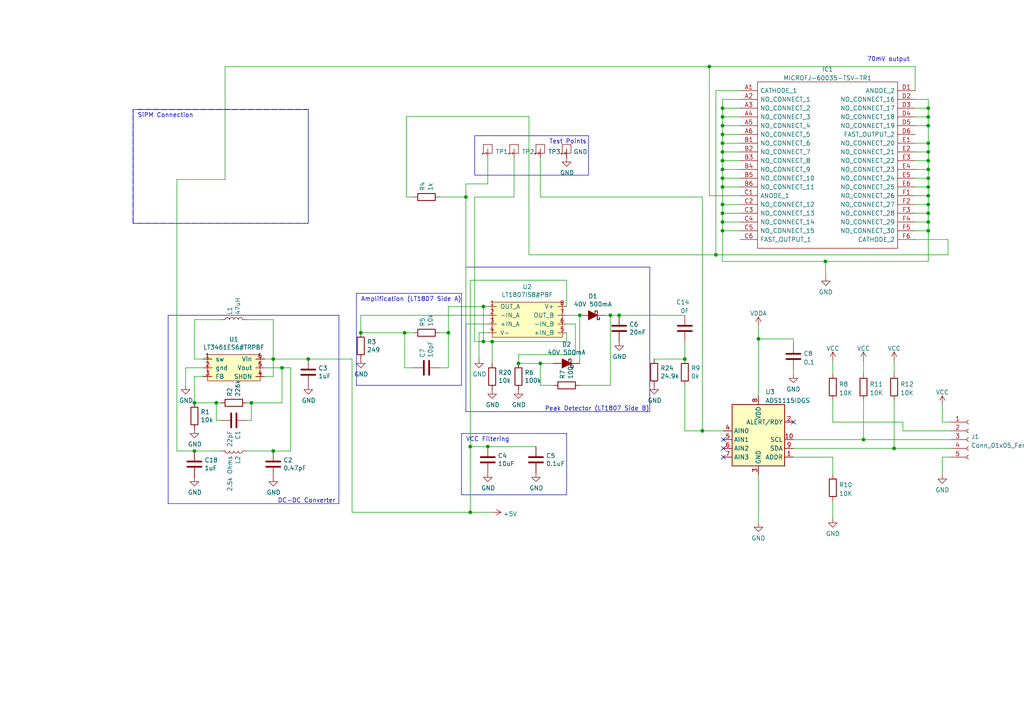
<source format=kicad_sch>
(kicad_sch (version 20211123) (generator eeschema)
  (paper "A4")
  (title_block (title "Cosmic_Watch") (date "2022-08-20") (rev "6.1") (company "Bronco Space CubeSat Laboratory") (comment 1 "Verified Connections, added LED and Switch") (comment 2 "Fixed missed connection on DC-DC Converter") (comment 3 "N/A") (comment 4 "Switched to Arduino Nano Every and added SD Card module") (comment 5 "N/A") (comment 6 "Changed Arduino Nano Every to Raspberry Pi Pico and added booster converter for 3.3V output") (comment 7 "Changed back to Nano"))
  (lib_symbols
    (symbol "Additional_Components:GND" (pin_names (offset 1.016))
      (property "Value" "Additional_Components_GND" (at 0 2.54 0))
      (symbol "GND_1_1"
        (rectangle (start -1.27 1.27) (end 1.27 -1.27))
        (pin input line (at 0 -2.54 90) (length 2.54) (name "~") (number "1"))
      )
    )
    (symbol "Additional_Components:Test_Point1" (pin_names (offset 1.016) hide)
      (property "Reference" "TP" (at 0 2.54 0))
      (symbol "Test_Point1_0_1"
        (rectangle (start -1.27 1.27) (end 1.27 -1.27))
      )
      (symbol "Test_Point1_1_1"
        (pin input line (at 0 -2.54 90) (length 2.54) (name "TP1") (number "1"))
      )
    )
    (symbol "Analog_ADC:ADS1115IDGS"
      (property "Reference" "U" (at 2.54 13.97 0))
      (property "Value" "ADS1115IDGS" (at 7.62 11.43 0))
      (symbol "ADS1115IDGS_0_1"
        (rectangle (start -7.62 10.16) (end 7.62 -7.62) (stroke (width 0.254)) (fill (type background)))
      )
      (symbol "ADS1115IDGS_1_1"
        (pin input line (at 10.16 -5.08 180) (length 2.54) (name "ADDR") (number "1"))
        (pin input line (at 10.16 0 180) (length 2.54) (name "SCL") (number "10"))
        (pin output line (at 10.16 5.08 180) (length 2.54) (name "ALERT/RDY") (number "2"))
        (pin power_in line (at 0 -10.16 90) (length 2.54) (name "GND") (number "3"))
        (pin input line (at -10.16 2.54 0) (length 2.54) (name "AIN0") (number "4"))
        (pin input line (at -10.16 0 0) (length 2.54) (name "AIN1") (number "5"))
        (pin input line (at -10.16 -2.54 0) (length 2.54) (name "AIN2") (number "6"))
        (pin input line (at -10.16 -5.08 0) (length 2.54) (name "AIN3") (number "7"))
        (pin power_in line (at 0 12.7 270) (length 2.54) (name "VDD") (number "8"))
        (pin bidirectional line (at 10.16 -2.54 180) (length 2.54) (name "SDA") (number "9"))
      )
    )
    (symbol "Connector:Conn_01x05_Female" (pin_names (offset 1.016) hide)
      (property "Reference" "J" (at 0 7.62 0))
      (property "Value" "Conn_01x05_Female" (at 0 -7.62 0))
      (symbol "Conn_01x05_Female_1_1"
        (arc (start 0 -4.572) (mid -0.508 -5.08) (end 0 -5.588) (stroke (width 0.1524)))
        (arc (start 0 -2.032) (mid -0.508 -2.54) (end 0 -3.048) (stroke (width 0.1524)))
        (polyline (pts (xy -1.27 -5.08) (xy -0.508 -5.08)) (stroke (width 0.1524)))
        (polyline (pts (xy -1.27 -2.54) (xy -0.508 -2.54)) (stroke (width 0.1524)))
        (polyline (pts (xy -1.27 0) (xy -0.508 0)) (stroke (width 0.1524)))
        (polyline (pts (xy -1.27 2.54) (xy -0.508 2.54)) (stroke (width 0.1524)))
        (polyline (pts (xy -1.27 5.08) (xy -0.508 5.08)) (stroke (width 0.1524)))
        (arc (start 0 0.508) (mid -0.508 0) (end 0 -0.508) (stroke (width 0.1524)))
        (arc (start 0 3.048) (mid -0.508 2.54) (end 0 2.032) (stroke (width 0.1524)))
        (arc (start 0 5.588) (mid -0.508 5.08) (end 0 4.572) (stroke (width 0.1524)))
        (pin passive line (at -5.08 5.08 0) (length 3.81) (name "Pin_1") (number "1"))
        (pin passive line (at -5.08 2.54 0) (length 3.81) (name "Pin_2") (number "2"))
        (pin passive line (at -5.08 0 0) (length 3.81) (name "Pin_3") (number "3"))
        (pin passive line (at -5.08 -2.54 0) (length 3.81) (name "Pin_4") (number "4"))
        (pin passive line (at -5.08 -5.08 0) (length 3.81) (name "Pin_5") (number "5"))
      )
    )
    (symbol "Device:C" (pin_numbers hide) (pin_names (offset 0.254))
      (property "Reference" "C" (at 0.635 2.54 0))
      (property "Value" "C" (at 0.635 -2.54 0))
      (symbol "C_0_1"
        (polyline (pts (xy -2.032 -0.762) (xy 2.032 -0.762)) (stroke (width 0.508)))
        (polyline (pts (xy -2.032 0.762) (xy 2.032 0.762)) (stroke (width 0.508)))
      )
      (symbol "C_1_1"
        (pin passive line (at 0 3.81 270) (length 2.794) (name "~") (number "1"))
        (pin passive line (at 0 -3.81 90) (length 2.794) (name "~") (number "2"))
      )
    )
    (symbol "Device:D_Schottky_ALT" (pin_numbers hide) (pin_names (offset 1.016) hide)
      (property "Reference" "D" (at 0 2.54 0))
      (property "Value" "Device_D_Schottky_ALT" (at 0 -2.54 0))
      (symbol "D_Schottky_ALT_0_1"
        (polyline (pts (xy 1.27 0) (xy -1.27 0)))
        (polyline (pts (xy 1.27 1.27) (xy 1.27 -1.27) (xy -1.27 0) (xy 1.27 1.27)) (stroke (width 0.254)) (fill (type outline)))
        (polyline (pts (xy -1.905 0.635) (xy -1.905 1.27) (xy -1.27 1.27) (xy -1.27 -1.27) (xy -0.635 -1.27) (xy -0.635 -0.635)) (stroke (width 0.254)))
      )
      (symbol "D_Schottky_ALT_1_1"
        (pin passive line (at -3.81 0 0) (length 2.54) (name "K") (number "1"))
        (pin passive line (at 3.81 0 180) (length 2.54) (name "A") (number "2"))
      )
    )
    (symbol "Device:L" (pin_numbers hide) (pin_names (offset 1.016) hide)
      (property "Reference" "L" (at -1.27 0 90))
      (property "Value" "L" (at 1.905 0 90))
      (symbol "L_0_1"
        (arc (start 0 -2.54) (mid 0.635 -1.905) (end 0 -1.27))
        (arc (start 0 -1.27) (mid 0.635 -0.635) (end 0 0))
        (arc (start 0 0) (mid 0.635 0.635) (end 0 1.27))
        (arc (start 0 1.27) (mid 0.635 1.905) (end 0 2.54))
      )
      (symbol "L_1_1"
        (pin passive line (at 0 3.81 270) (length 1.27) (name "1") (number "1"))
        (pin passive line (at 0 -3.81 90) (length 1.27) (name "2") (number "2"))
      )
    )
    (symbol "Device:R" (pin_numbers hide) (pin_names (offset 0))
      (property "Reference" "R" (at 2.032 0 90))
      (property "Value" "R" (at 0 0 90))
      (symbol "R_0_1"
        (rectangle (start -1.016 -2.54) (end 1.016 2.54) (stroke (width 0.254)))
      )
      (symbol "R_1_1"
        (pin passive line (at 0 3.81 270) (length 1.27) (name "~") (number "1"))
        (pin passive line (at 0 -3.81 90) (length 1.27) (name "~") (number "2"))
      )
    )
    (symbol "Missing_ICs:L3461A" (pin_names (offset 1.016))
      (property "Reference" "U" (at 0 6.35 0))
      (property "Value" "Missing_ICs_L3461A" (at 0 3.81 0))
      (symbol "L3461A_0_1"
        (rectangle (start -7.62 2.54) (end 7.62 -5.08) (fill (type background)))
      )
      (symbol "L3461A_1_1"
        (pin input line (at -8.89 1.27 0) (length 2.54) (name "sw") (number "1"))
        (pin input line (at -8.89 -1.27 0) (length 2.54) (name "gnd") (number "2"))
        (pin input line (at -8.89 -3.81 0) (length 2.54) (name "FB") (number "3"))
        (pin input line (at 8.89 -3.81 180) (length 2.54) (name "SHDN") (number "4"))
        (pin input line (at 8.89 -1.27 180) (length 2.54) (name "Vout") (number "5"))
        (pin input line (at 8.89 1.27 180) (length 2.54) (name "Vin") (number "6"))
      )
    )
    (symbol "Missing_ICs:LT1807IS8" (pin_names (offset 1.016))
      (property "Reference" "U" (at 0 10.16 0))
      (property "Value" "Missing_ICs_LT1807IS8" (at 0 7.62 0))
      (symbol "LT1807IS8_0_1"
        (rectangle (start -10.16 6.35) (end 10.16 -3.81) (fill (type background)))
      )
      (symbol "LT1807IS8_1_1"
        (pin input line (at -11.43 5.08 0) (length 2.54) (name "OUT_A") (number "1"))
        (pin input line (at -11.43 2.54 0) (length 2.54) (name "-IN_A") (number "2"))
        (pin input line (at -11.43 0 0) (length 2.54) (name "+IN_A") (number "3"))
        (pin input line (at -11.43 -2.54 0) (length 2.54) (name "V-") (number "4"))
        (pin input line (at 11.43 -2.54 180) (length 2.54) (name "+IN_B") (number "5"))
        (pin input line (at 11.43 0 180) (length 2.54) (name "-IN_B") (number "6"))
        (pin input line (at 11.43 2.54 180) (length 2.54) (name "OUT_B") (number "7"))
        (pin input line (at 11.43 5.08 180) (length 2.54) (name "V+") (number "8"))
      )
    )
    (symbol "SiPM:MICROFJ-60035-TSV-TR1" (pin_names (offset 0.762))
      (property "Reference" "IC" (at 46.99 7.62 0))
      (property "Value" "MICROFJ-60035-TSV-TR1" (at 46.99 5.08 0))
      (symbol "MICROFJ-60035-TSV-TR1_0_0"
        (pin passive line (at 0 0 0) (length 5.08) (name "CATHODE_1") (number "A1"))
        (pin passive line (at 0 -2.54 0) (length 5.08) (name "NO_CONNECT_1") (number "A2"))
        (pin passive line (at 0 -5.08 0) (length 5.08) (name "NO_CONNECT_2") (number "A3"))
        (pin passive line (at 0 -7.62 0) (length 5.08) (name "NO_CONNECT_3") (number "A4"))
        (pin passive line (at 0 -10.16 0) (length 5.08) (name "NO_CONNECT_4") (number "A5"))
        (pin passive line (at 0 -12.7 0) (length 5.08) (name "NO_CONNECT_5") (number "A6"))
        (pin passive line (at 0 -15.24 0) (length 5.08) (name "NO_CONNECT_6") (number "B1"))
        (pin passive line (at 0 -17.78 0) (length 5.08) (name "NO_CONNECT_7") (number "B2"))
        (pin passive line (at 0 -20.32 0) (length 5.08) (name "NO_CONNECT_8") (number "B3"))
        (pin passive line (at 0 -22.86 0) (length 5.08) (name "NO_CONNECT_9") (number "B4"))
        (pin passive line (at 0 -25.4 0) (length 5.08) (name "NO_CONNECT_10") (number "B5"))
        (pin passive line (at 0 -27.94 0) (length 5.08) (name "NO_CONNECT_11") (number "B6"))
        (pin passive line (at 0 -30.48 0) (length 5.08) (name "ANODE_1") (number "C1"))
        (pin passive line (at 0 -33.02 0) (length 5.08) (name "NO_CONNECT_12") (number "C2"))
        (pin passive line (at 0 -35.56 0) (length 5.08) (name "NO_CONNECT_13") (number "C3"))
        (pin passive line (at 0 -38.1 0) (length 5.08) (name "NO_CONNECT_14") (number "C4"))
        (pin passive line (at 0 -40.64 0) (length 5.08) (name "NO_CONNECT_15") (number "C5"))
        (pin passive line (at 0 -43.18 0) (length 5.08) (name "FAST_OUTPUT_1") (number "C6"))
        (pin passive line (at 50.8 0 180) (length 5.08) (name "ANODE_2") (number "D1"))
        (pin passive line (at 50.8 -2.54 180) (length 5.08) (name "NO_CONNECT_16") (number "D2"))
        (pin passive line (at 50.8 -5.08 180) (length 5.08) (name "NO_CONNECT_17") (number "D3"))
        (pin passive line (at 50.8 -7.62 180) (length 5.08) (name "NO_CONNECT_18") (number "D4"))
        (pin passive line (at 50.8 -10.16 180) (length 5.08) (name "NO_CONNECT_19") (number "D5"))
        (pin passive line (at 50.8 -12.7 180) (length 5.08) (name "FAST_OUTPUT_2") (number "D6"))
        (pin passive line (at 50.8 -15.24 180) (length 5.08) (name "NO_CONNECT_20") (number "E1"))
        (pin passive line (at 50.8 -17.78 180) (length 5.08) (name "NO_CONNECT_21") (number "E2"))
        (pin passive line (at 50.8 -20.32 180) (length 5.08) (name "NO_CONNECT_22") (number "E3"))
        (pin passive line (at 50.8 -22.86 180) (length 5.08) (name "NO_CONNECT_23") (number "E4"))
        (pin passive line (at 50.8 -25.4 180) (length 5.08) (name "NO_CONNECT_24") (number "E5"))
        (pin passive line (at 50.8 -27.94 180) (length 5.08) (name "NO_CONNECT_25") (number "E6"))
        (pin passive line (at 50.8 -30.48 180) (length 5.08) (name "NO_CONNECT_26") (number "F1"))
        (pin passive line (at 50.8 -33.02 180) (length 5.08) (name "NO_CONNECT_27") (number "F2"))
        (pin passive line (at 50.8 -35.56 180) (length 5.08) (name "NO_CONNECT_28") (number "F3"))
        (pin passive line (at 50.8 -38.1 180) (length 5.08) (name "NO_CONNECT_29") (number "F4"))
        (pin passive line (at 50.8 -40.64 180) (length 5.08) (name "NO_CONNECT_30") (number "F5"))
        (pin passive line (at 50.8 -43.18 180) (length 5.08) (name "CATHODE_2") (number "F6"))
      )
      (symbol "MICROFJ-60035-TSV-TR1_0_1"
        (polyline (pts (xy 5.08 2.54) (xy 45.72 2.54) (xy 45.72 -45.72) (xy 5.08 -45.72) (xy 5.08 2.54)) (stroke (width 0.1524)))
      )
    )
    (symbol "power:+5V" (power) (pin_names (offset 0))
      (property "Value" "+5V" (at 0 3.556 0))
      (symbol "+5V_0_1"
        (polyline (pts (xy -0.762 1.27) (xy 0 2.54)))
        (polyline (pts (xy 0 0) (xy 0 2.54)))
        (polyline (pts (xy 0 2.54) (xy 0.762 1.27)))
      )
      (symbol "+5V_1_1"
        (pin power_in line (at 0 0 90) (length 0) hide (name "+5V") (number "1"))
      )
    )
    (symbol "power:GND" (power) (pin_names (offset 0))
      (property "Value" "GND" (at 0 -3.81 0))
      (symbol "GND_0_1"
        (polyline (pts (xy 0 0) (xy 0 -1.27) (xy 1.27 -1.27) (xy 0 -2.54) (xy -1.27 -1.27) (xy 0 -1.27)))
      )
      (symbol "GND_1_1"
        (pin power_in line (at 0 0 270) (length 0) hide (name "GND") (number "1"))
      )
    )
    (symbol "power:VCC" (power) (pin_names (offset 0))
      (property "Value" "VCC" (at 0 3.81 0))
      (symbol "VCC_0_1"
        (polyline (pts (xy -0.762 1.27) (xy 0 2.54)))
        (polyline (pts (xy 0 0) (xy 0 2.54)))
        (polyline (pts (xy 0 2.54) (xy 0.762 1.27)))
      )
      (symbol "VCC_1_1"
        (pin power_in line (at 0 0 90) (length 0) hide (name "VCC") (number "1"))
      )
    )
    (symbol "power:VDDA" (power) (pin_names (offset 0))
      (property "Value" "VDDA" (at 0 3.81 0))
      (symbol "VDDA_0_1"
        (polyline (pts (xy -0.762 1.27) (xy 0 2.54)))
        (polyline (pts (xy 0 0) (xy 0 2.54)))
        (polyline (pts (xy 0 2.54) (xy 0.762 1.27)))
      )
      (symbol "VDDA_1_1"
        (pin power_in line (at 0 0 90) (length 0) hide (name "VDDA") (number "1"))
      )
    )
  )
  (junction (at 269.24 31.369))
  (junction (at 250.444 127.508))
  (junction (at 207.645 73.914))
  (junction (at 209.55 54.229))
  (junction (at 209.55 33.909))
  (junction (at 177.038 91.44))
  (junction (at 142.748 99.06))
  (junction (at 79.248 104.14))
  (junction (at 79.248 130.81))
  (junction (at 269.24 66.929))
  (junction (at 209.55 44.069))
  (junction (at 150.368 105.41))
  (junction (at 56.388 130.81))
  (junction (at 209.55 41.529))
  (junction (at 62.738 116.84))
  (junction (at 117.348 96.52))
  (junction (at 140.208 99.06))
  (junction (at 203.708 124.968))
  (junction (at 269.24 44.069))
  (junction (at 269.24 56.769))
  (junction (at 269.24 64.389))
  (junction (at 81.788 106.68))
  (junction (at 209.55 59.309))
  (junction (at 209.55 38.989))
  (junction (at 198.628 104.14))
  (junction (at 219.964 98.298))
  (junction (at 269.24 59.309))
  (junction (at 269.24 61.849))
  (junction (at 89.408 104.14))
  (junction (at 209.55 49.149))
  (junction (at 205.74 19.304))
  (junction (at 104.648 96.52))
  (junction (at 269.24 46.609))
  (junction (at 135.128 57.15))
  (junction (at 269.24 33.909))
  (junction (at 239.395 75.819))
  (junction (at 140.208 88.9))
  (junction (at 209.55 51.689))
  (junction (at 209.55 64.389))
  (junction (at 136.398 129.54))
  (junction (at 269.24 51.689))
  (junction (at 269.24 49.149))
  (junction (at 209.55 36.449))
  (junction (at 259.334 130.048))
  (junction (at 141.478 129.54))
  (junction (at 209.55 46.609))
  (junction (at 269.24 36.449))
  (junction (at 269.24 54.229))
  (junction (at 130.048 96.52))
  (junction (at 209.55 31.369))
  (junction (at 179.578 91.44))
  (junction (at 269.24 41.529))
  (junction (at 136.398 148.59))
  (junction (at 209.55 61.849))
  (junction (at 168.148 91.44))
  (junction (at 56.388 116.84))
  (junction (at 72.898 116.84))
  (junction (at 156.718 105.41))
  (junction (at 209.55 66.929))
  (no_connect (at 209.804 130.048))
  (no_connect (at 230.124 122.428))
  (no_connect (at 209.804 127.508))
  (no_connect (at 209.804 132.588))
  (wire (pts (xy 141.478 129.54) (xy 155.448 129.54)))
  (wire (pts (xy 135.128 93.98) (xy 141.478 93.98)))
  (wire (pts (xy 135.128 53.34) (xy 135.128 57.15)))
  (polyline (pts (xy 38.608 64.77) (xy 38.608 31.75)))
  (wire (pts (xy 265.43 54.229) (xy 269.24 54.229)))
  (wire (pts (xy 269.24 44.069) (xy 269.24 46.609)))
  (wire (pts (xy 140.208 99.06) (xy 137.668 99.06)))
  (wire (pts (xy 265.43 46.609) (xy 269.24 46.609)))
  (wire (pts (xy 130.048 96.52) (xy 130.048 106.68)))
  (wire (pts (xy 177.038 91.44) (xy 177.038 111.76)))
  (wire (pts (xy 117.856 33.782) (xy 117.856 57.15)))
  (wire (pts (xy 209.55 61.849) (xy 209.55 64.389)))
  (wire (pts (xy 259.334 130.048) (xy 259.334 116.078)))
  (wire (pts (xy 265.43 31.369) (xy 269.24 31.369)))
  (wire (pts (xy 141.478 88.9) (xy 140.208 88.9)))
  (wire (pts (xy 265.43 26.289) (xy 265.43 19.304)))
  (wire (pts (xy 168.148 91.44) (xy 164.338 91.44)))
  (wire (pts (xy 117.856 33.782) (xy 153.416 33.782)))
  (wire (pts (xy 265.43 69.469) (xy 274.955 69.469)))
  (wire (pts (xy 269.24 56.769) (xy 269.24 59.309)))
  (wire (pts (xy 166.878 102.87) (xy 166.878 93.98)))
  (wire (pts (xy 76.708 106.68) (xy 81.788 106.68)))
  (polyline (pts (xy 98.298 91.44) (xy 48.768 91.44)) (stroke (width 0) (type solid)))
  (wire (pts (xy 209.55 33.909) (xy 209.55 36.449)))
  (wire (pts (xy 265.43 66.929) (xy 269.24 66.929)))
  (polyline (pts (xy 137.668 50.8) (xy 137.668 39.37)) (stroke (width 0) (type solid)))
  (wire (pts (xy 142.748 99.06) (xy 142.748 105.41)))
  (wire (pts (xy 203.708 124.968) (xy 209.804 124.968)))
  (wire (pts (xy 56.388 109.22) (xy 56.388 116.84)))
  (wire (pts (xy 117.856 57.15) (xy 119.888 57.15)))
  (wire (pts (xy 269.24 51.689) (xy 269.24 54.229)))
  (polyline (pts (xy 48.768 146.05) (xy 98.298 146.05)) (stroke (width 0) (type solid)))
  (wire (pts (xy 72.898 116.84) (xy 72.898 121.92)))
  (wire (pts (xy 265.43 36.449) (xy 269.24 36.449)))
  (wire (pts (xy 177.038 91.44) (xy 175.768 91.44)))
  (wire (pts (xy 265.43 51.689) (xy 269.24 51.689)))
  (wire (pts (xy 250.444 127.508) (xy 275.844 127.508)))
  (wire (pts (xy 214.63 59.309) (xy 209.55 59.309)))
  (wire (pts (xy 269.24 41.529) (xy 269.24 44.069)))
  (wire (pts (xy 127.508 96.52) (xy 130.048 96.52)))
  (wire (pts (xy 209.55 38.989) (xy 209.55 41.529)))
  (wire (pts (xy 265.43 49.149) (xy 269.24 49.149)))
  (wire (pts (xy 209.55 31.369) (xy 209.55 33.909)))
  (wire (pts (xy 214.63 38.989) (xy 209.55 38.989)))
  (polyline (pts (xy 133.858 143.51) (xy 133.858 125.73)) (stroke (width 0) (type solid)))
  (wire (pts (xy 65.278 19.304) (xy 205.74 19.304)))
  (wire (pts (xy 51.308 52.07) (xy 65.278 52.07)))
  (wire (pts (xy 209.55 44.069) (xy 209.55 46.609)))
  (wire (pts (xy 209.55 46.609) (xy 214.63 46.609)))
  (wire (pts (xy 79.248 104.14) (xy 79.248 92.71)))
  (wire (pts (xy 64.008 121.92) (xy 62.738 121.92)))
  (wire (pts (xy 269.24 33.909) (xy 269.24 36.449)))
  (wire (pts (xy 72.898 116.84) (xy 71.628 116.84)))
  (wire (pts (xy 209.55 46.609) (xy 209.55 49.149)))
  (polyline (pts (xy 170.688 50.8) (xy 137.668 50.8)) (stroke (width 0) (type solid)))
  (wire (pts (xy 76.708 109.22) (xy 79.248 109.22)))
  (wire (pts (xy 209.55 59.309) (xy 209.55 61.849)))
  (wire (pts (xy 150.368 105.41) (xy 150.368 102.87)))
  (wire (pts (xy 164.338 88.9) (xy 164.338 81.28)))
  (wire (pts (xy 275.844 132.588) (xy 273.304 132.588)))
  (wire (pts (xy 84.328 106.68) (xy 84.328 130.81)))
  (wire (pts (xy 135.128 57.15) (xy 135.128 93.98)))
  (wire (pts (xy 102.108 148.59) (xy 136.398 148.59)))
  (wire (pts (xy 269.24 28.829) (xy 269.24 31.369)))
  (wire (pts (xy 209.55 51.689) (xy 214.63 51.689)))
  (polyline (pts (xy 135.128 77.47) (xy 188.468 77.47)) (stroke (width 0) (type solid)))
  (wire (pts (xy 64.008 130.81) (xy 56.388 130.81)))
  (wire (pts (xy 127.508 57.15) (xy 135.128 57.15)))
  (wire (pts (xy 209.55 66.929) (xy 214.63 66.929)))
  (wire (pts (xy 209.55 51.689) (xy 209.55 54.229)))
  (polyline (pts (xy 103.378 111.76) (xy 133.858 111.76)) (stroke (width 0) (type solid)))
  (wire (pts (xy 64.008 116.84) (xy 62.738 116.84)))
  (wire (pts (xy 209.55 28.829) (xy 214.63 28.829)))
  (wire (pts (xy 140.208 88.9) (xy 130.048 88.9)))
  (wire (pts (xy 214.63 26.289) (xy 207.645 26.289)))
  (wire (pts (xy 209.55 64.389) (xy 209.55 66.929)))
  (wire (pts (xy 273.304 132.588) (xy 273.304 137.668)))
  (wire (pts (xy 230.124 98.298) (xy 219.964 98.298)))
  (polyline (pts (xy 103.378 85.09) (xy 103.378 111.76)) (stroke (width 0) (type solid)))
  (polyline (pts (xy 103.378 85.09) (xy 133.858 85.09)) (stroke (width 0) (type solid)))
  (wire (pts (xy 219.964 137.668) (xy 219.964 151.638)))
  (wire (pts (xy 209.55 64.389) (xy 214.63 64.389)))
  (wire (pts (xy 160.528 105.41) (xy 156.718 105.41)))
  (wire (pts (xy 166.878 93.98) (xy 164.338 93.98)))
  (wire (pts (xy 230.124 99.568) (xy 230.124 98.298)))
  (wire (pts (xy 205.74 56.769) (xy 205.74 19.304)))
  (wire (pts (xy 140.208 99.06) (xy 140.208 88.9)))
  (wire (pts (xy 261.874 122.428) (xy 261.874 124.968)))
  (polyline (pts (xy 89.408 64.77) (xy 38.608 64.77)))
  (wire (pts (xy 265.43 64.389) (xy 269.24 64.389)))
  (wire (pts (xy 51.308 52.07) (xy 51.308 130.81)))
  (wire (pts (xy 209.55 41.529) (xy 214.63 41.529)))
  (wire (pts (xy 273.304 122.428) (xy 273.304 117.348)))
  (wire (pts (xy 137.668 57.15) (xy 149.098 57.15)))
  (wire (pts (xy 160.528 111.76) (xy 156.718 111.76)))
  (polyline (pts (xy 38.608 64.77) (xy 38.608 31.75)) (stroke (width 0) (type solid)))
  (wire (pts (xy 269.24 36.449) (xy 269.24 41.529)))
  (wire (pts (xy 84.328 130.81) (xy 79.248 130.81)))
  (wire (pts (xy 179.578 91.44) (xy 177.038 91.44)))
  (polyline (pts (xy 133.858 85.09) (xy 133.858 111.76)) (stroke (width 0) (type solid)))
  (polyline (pts (xy 38.608 31.75) (xy 89.408 31.75)) (stroke (width 0) (type solid)))
  (polyline (pts (xy 48.768 91.44) (xy 48.768 146.05)) (stroke (width 0) (type solid)))
  (polyline (pts (xy 39.878 31.75) (xy 89.408 31.75)))
  (wire (pts (xy 239.395 75.819) (xy 269.24 75.819)))
  (wire (pts (xy 265.43 44.069) (xy 269.24 44.069)))
  (wire (pts (xy 241.554 132.588) (xy 241.554 137.668)))
  (wire (pts (xy 130.048 88.9) (xy 130.048 96.52)))
  (wire (pts (xy 269.24 64.389) (xy 269.24 66.929)))
  (polyline (pts (xy 135.128 93.98) (xy 135.128 119.38)) (stroke (width 0) (type solid)))
  (wire (pts (xy 58.928 106.68) (xy 53.848 106.68)))
  (wire (pts (xy 104.648 96.52) (xy 104.648 91.44)))
  (wire (pts (xy 269.24 49.149) (xy 269.24 51.689)))
  (wire (pts (xy 269.24 59.309) (xy 269.24 61.849)))
  (wire (pts (xy 168.148 105.41) (xy 168.148 91.44)))
  (polyline (pts (xy 135.128 119.38) (xy 188.468 119.38)) (stroke (width 0) (type solid)))
  (wire (pts (xy 207.645 73.914) (xy 274.955 73.914)))
  (wire (pts (xy 149.098 57.15) (xy 149.098 45.72)))
  (wire (pts (xy 198.628 111.76) (xy 198.628 124.968)))
  (wire (pts (xy 136.398 129.54) (xy 141.478 129.54)))
  (polyline (pts (xy 133.858 125.73) (xy 164.338 125.73)) (stroke (width 0) (type solid)))
  (wire (pts (xy 137.668 57.15) (xy 137.668 99.06)))
  (polyline (pts (xy 137.668 39.37) (xy 170.688 39.37)) (stroke (width 0) (type solid)))
  (wire (pts (xy 136.398 129.54) (xy 136.398 148.59)))
  (wire (pts (xy 62.738 121.92) (xy 62.738 116.84)))
  (wire (pts (xy 214.63 33.909) (xy 209.55 33.909)))
  (wire (pts (xy 102.108 104.14) (xy 102.108 148.59)))
  (wire (pts (xy 56.388 92.71) (xy 64.008 92.71)))
  (wire (pts (xy 79.248 130.81) (xy 71.628 130.81)))
  (wire (pts (xy 89.408 104.14) (xy 102.108 104.14)))
  (wire (pts (xy 241.554 104.648) (xy 241.554 108.458)))
  (wire (pts (xy 164.338 99.06) (xy 142.748 99.06)))
  (wire (pts (xy 214.63 56.769) (xy 205.74 56.769)))
  (wire (pts (xy 164.338 81.28) (xy 136.398 81.28)))
  (wire (pts (xy 71.628 92.71) (xy 79.248 92.71)))
  (wire (pts (xy 198.628 104.14) (xy 189.738 104.14)))
  (wire (pts (xy 104.648 96.52) (xy 117.348 96.52)))
  (wire (pts (xy 265.43 61.849) (xy 269.24 61.849)))
  (wire (pts (xy 198.628 124.968) (xy 203.708 124.968)))
  (wire (pts (xy 265.43 33.909) (xy 269.24 33.909)))
  (wire (pts (xy 261.874 124.968) (xy 275.844 124.968)))
  (wire (pts (xy 209.55 44.069) (xy 214.63 44.069)))
  (wire (pts (xy 58.928 104.14) (xy 56.388 104.14)))
  (wire (pts (xy 209.55 61.849) (xy 214.63 61.849)))
  (wire (pts (xy 269.24 31.369) (xy 269.24 33.909)))
  (wire (pts (xy 136.398 81.28) (xy 136.398 129.54)))
  (wire (pts (xy 265.43 28.829) (xy 269.24 28.829)))
  (wire (pts (xy 119.888 106.68) (xy 117.348 106.68)))
  (polyline (pts (xy 188.468 77.47) (xy 188.468 119.38)) (stroke (width 0) (type solid)))
  (wire (pts (xy 138.938 96.52) (xy 138.938 104.14)))
  (wire (pts (xy 136.398 148.59) (xy 142.748 148.59)))
  (wire (pts (xy 156.718 105.41) (xy 150.368 105.41)))
  (wire (pts (xy 241.554 122.428) (xy 261.874 122.428)))
  (wire (pts (xy 209.55 41.529) (xy 209.55 44.069)))
  (wire (pts (xy 209.55 54.229) (xy 209.55 59.309)))
  (wire (pts (xy 239.395 75.819) (xy 209.55 75.819)))
  (wire (pts (xy 265.43 41.529) (xy 269.24 41.529)))
  (wire (pts (xy 65.278 52.07) (xy 65.278 19.304)))
  (wire (pts (xy 153.416 73.914) (xy 207.645 73.914)))
  (polyline (pts (xy 98.298 146.05) (xy 98.298 91.44)) (stroke (width 0) (type solid)))
  (wire (pts (xy 209.55 54.229) (xy 214.63 54.229)))
  (wire (pts (xy 117.348 96.52) (xy 119.888 96.52)))
  (wire (pts (xy 141.478 53.34) (xy 135.128 53.34)))
  (wire (pts (xy 81.788 116.84) (xy 72.898 116.84)))
  (wire (pts (xy 156.718 57.15) (xy 156.718 45.72)))
  (wire (pts (xy 209.55 36.449) (xy 214.63 36.449)))
  (wire (pts (xy 72.898 121.92) (xy 71.628 121.92)))
  (wire (pts (xy 79.248 104.14) (xy 79.248 109.22)))
  (wire (pts (xy 274.955 69.469) (xy 274.955 73.914)))
  (wire (pts (xy 156.718 111.76) (xy 156.718 105.41)))
  (wire (pts (xy 58.928 109.22) (xy 56.388 109.22)))
  (wire (pts (xy 141.478 45.72) (xy 141.478 53.34)))
  (wire (pts (xy 269.24 54.229) (xy 269.24 56.769)))
  (wire (pts (xy 56.388 104.14) (xy 56.388 92.71)))
  (wire (pts (xy 209.55 36.449) (xy 209.55 38.989)))
  (wire (pts (xy 81.788 106.68) (xy 81.788 116.84)))
  (wire (pts (xy 127.508 106.68) (xy 130.048 106.68)))
  (wire (pts (xy 230.124 107.188) (xy 230.124 108.458)))
  (wire (pts (xy 205.74 19.304) (xy 265.43 19.304)))
  (wire (pts (xy 269.24 46.609) (xy 269.24 49.149)))
  (wire (pts (xy 269.24 61.849) (xy 269.24 64.389)))
  (polyline (pts (xy 164.338 143.51) (xy 133.858 143.51)) (stroke (width 0) (type solid)))
  (wire (pts (xy 259.334 104.648) (xy 259.334 108.458)))
  (wire (pts (xy 76.708 104.14) (xy 79.248 104.14)))
  (wire (pts (xy 79.248 104.14) (xy 89.408 104.14)))
  (polyline (pts (xy 164.338 125.73) (xy 164.338 143.51)) (stroke (width 0) (type solid)))
  (wire (pts (xy 209.55 28.829) (xy 209.55 31.369)))
  (wire (pts (xy 241.554 145.288) (xy 241.554 150.368)))
  (polyline (pts (xy 170.688 39.37) (xy 170.688 50.8)) (stroke (width 0) (type solid)))
  (wire (pts (xy 230.124 127.508) (xy 250.444 127.508)))
  (wire (pts (xy 250.444 104.648) (xy 250.444 108.458)))
  (wire (pts (xy 203.708 57.15) (xy 156.718 57.15)))
  (wire (pts (xy 209.55 31.369) (xy 214.63 31.369)))
  (wire (pts (xy 265.43 56.769) (xy 269.24 56.769)))
  (wire (pts (xy 239.522 80.264) (xy 239.395 75.819)))
  (wire (pts (xy 209.55 49.149) (xy 209.55 51.689)))
  (wire (pts (xy 104.648 91.44) (xy 141.478 91.44)))
  (wire (pts (xy 198.628 91.44) (xy 179.578 91.44)))
  (wire (pts (xy 150.368 102.87) (xy 166.878 102.87)))
  (wire (pts (xy 81.788 106.68) (xy 84.328 106.68)))
  (wire (pts (xy 141.478 96.52) (xy 138.938 96.52)))
  (wire (pts (xy 53.848 106.68) (xy 53.848 111.76)))
  (wire (pts (xy 164.338 96.52) (xy 164.338 99.06)))
  (wire (pts (xy 203.708 57.15) (xy 203.708 124.968)))
  (polyline (pts (xy 89.408 31.75) (xy 89.408 64.77)) (stroke (width 0) (type solid)))
  (polyline (pts (xy 89.408 31.75) (xy 89.408 64.77)))
  (polyline (pts (xy 89.408 64.77) (xy 38.608 64.77)) (stroke (width 0) (type solid)))
  (wire (pts (xy 269.24 66.929) (xy 269.24 75.819)))
  (wire (pts (xy 230.124 130.048) (xy 259.334 130.048)))
  (wire (pts (xy 209.55 66.929) (xy 209.55 75.819)))
  (wire (pts (xy 214.63 49.149) (xy 209.55 49.149)))
  (wire (pts (xy 275.844 122.428) (xy 273.304 122.428)))
  (wire (pts (xy 219.964 94.488) (xy 219.964 98.298)))
  (wire (pts (xy 265.43 59.309) (xy 269.24 59.309)))
  (wire (pts (xy 219.964 98.298) (xy 219.964 114.808)))
  (wire (pts (xy 177.038 111.76) (xy 168.148 111.76)))
  (wire (pts (xy 250.444 127.508) (xy 250.444 116.078)))
  (wire (pts (xy 259.334 130.048) (xy 275.844 130.048)))
  (wire (pts (xy 62.738 116.84) (xy 56.388 116.84)))
  (wire (pts (xy 56.388 130.81) (xy 51.308 130.81)))
  (wire (pts (xy 117.348 96.52) (xy 117.348 106.68)))
  (wire (pts (xy 241.554 122.428) (xy 241.554 116.078)))
  (wire (pts (xy 198.628 99.06) (xy 198.628 104.14)))
  (wire (pts (xy 230.124 132.588) (xy 241.554 132.588)))
  (wire (pts (xy 142.748 99.06) (xy 140.208 99.06)))
  (wire (pts (xy 153.416 33.782) (xy 153.416 73.914)))
  (wire (pts (xy 207.645 26.289) (xy 207.645 73.914)))
  (text "70mV output" (at 251.46 18.034 0) (effects (font (size 1.27 1.27)) (justify left bottom)))
  (text "Peak Detector (LT1807 Side B)" (at 157.988 119.38 0) (effects (font (size 1.27 1.27)) (justify left bottom)))
  (text "Test Points\n" (at 159.258 41.91 0) (effects (font (size 1.27 1.27)) (justify left bottom)))
  (text "SiPM Connection\n" (at 39.878 34.29 0) (effects (font (size 1.27 1.27)) (justify left bottom)))
  (text "VCC Filtering\n" (at 135.128 128.27 0) (effects (font (size 1.27 1.27)) (justify left bottom)))
  (text "Amplification (LT1807 Side A)" (at 104.648 87.63 0) (effects (font (size 1.27 1.27)) (justify left bottom)))
  (text "DC-DC Converter" (at 80.518 146.05 0) (effects (font (size 1.27 1.27)) (justify left bottom)))
  (symbol (lib_id "Device:R") (at 104.648 100.33 0) (unit 1)
    (property "Reference" "R3" (at 106.426 99.1616 0) (effects (justify left)))
    (property "Value" "249" (at 106.426 101.473 0) (effects (justify left)))
    (property "Footprint" "Resistor_SMD:R_0805_2012Metric_Pad1.20x1.40mm_HandSolder" (effects hide))
  )
  (symbol (lib_id "Device:R") (at 198.628 107.95 0) (unit 1)
    (property "Reference" "R9" (at 200.406 106.7816 0) (effects (justify left)))
    (property "Value" "0k" (at 200.406 109.093 0) (effects (justify left)))
    (property "Footprint" "Resistor_SMD:R_0805_2012Metric_Pad1.20x1.40mm_HandSolder" (effects hide))
  )
  (symbol (lib_id "Device:R") (at 142.748 109.22 0) (unit 1)
    (property "Reference" "R20" (at 144.526 108.0516 0) (effects (justify left)))
    (property "Value" "10k" (at 144.526 110.363 0) (effects (justify left)))
    (property "Footprint" "Resistor_SMD:R_0805_2012Metric_Pad1.20x1.40mm_HandSolder" (effects hide))
  )
  (symbol (lib_id "Device:R") (at 189.738 107.95 0) (unit 1)
    (property "Reference" "R24" (at 191.516 106.7816 0) (effects (justify left)))
    (property "Value" "24.9k" (at 191.516 109.093 0) (effects (justify left)))
    (property "Footprint" "Resistor_SMD:R_0805_2012Metric_Pad1.20x1.40mm_HandSolder" (effects hide))
  )
  (symbol (lib_id "Device:R") (at 123.698 57.15 90) (unit 1)
    (property "Reference" "R4" (at 122.5296 55.372 0) (effects (justify left)))
    (property "Value" "1k" (at 124.841 55.372 0) (effects (justify left)))
    (property "Footprint" "Resistor_SMD:R_0805_2012Metric_Pad1.20x1.40mm_HandSolder" (effects hide))
  )
  (symbol (lib_id "Device:R") (at 67.818 116.84 90) (unit 1)
    (property "Reference" "R2" (at 66.6496 115.062 0) (effects (justify left)))
    (property "Value" "226k" (at 68.961 115.062 0) (effects (justify left)))
    (property "Footprint" "Resistor_SMD:R_0805_2012Metric_Pad1.20x1.40mm_HandSolder" (effects hide))
  )
  (symbol (lib_id "Device:R") (at 56.388 120.65 0) (unit 1)
    (property "Reference" "R1" (at 58.166 119.4816 0) (effects (justify left)))
    (property "Value" "10k" (at 58.166 121.793 0) (effects (justify left)))
    (property "Footprint" "Resistor_SMD:R_0805_2012Metric_Pad1.20x1.40mm_HandSolder" (effects hide))
  )
  (symbol (lib_id "Device:R") (at 164.338 111.76 90) (unit 1)
    (property "Reference" "R7" (at 163.1696 109.982 0) (effects (justify left)))
    (property "Value" "100k" (at 165.481 109.982 0) (effects (justify left)))
    (property "Footprint" "Resistor_SMD:R_0805_2012Metric_Pad1.20x1.40mm_HandSolder" (effects hide))
  )
  (symbol (lib_id "Device:L") (at 67.818 92.71 90) (unit 1)
    (property "Reference" "L1" (at 66.6496 91.3638 0) (effects (justify left)))
    (property "Value" "47uH" (at 68.961 91.3638 0) (effects (justify left)))
    (property "Footprint" "Inductor_SMD:L_1210_3225Metric_Pad1.42x2.65mm_HandSolder" (effects hide))
  )
  (symbol (lib_id "Device:R") (at 123.698 96.52 90) (unit 1)
    (property "Reference" "R5" (at 122.5296 94.742 0) (effects (justify left)))
    (property "Value" "10k" (at 124.841 94.742 0) (effects (justify left)))
    (property "Footprint" "Resistor_SMD:R_0805_2012Metric_Pad1.20x1.40mm_HandSolder" (effects hide))
  )
  (symbol (lib_id "Device:L") (at 67.818 130.81 270) (unit 1)
    (property "Reference" "L2" (at 68.9864 132.1562 0) (effects (justify left)))
    (property "Value" "2.5k Ohms" (at 66.675 132.1562 0) (effects (justify left)))
    (property "Footprint" "Inductor_SMD:L_0805_2012Metric_Pad1.15x1.40mm_HandSolder" (effects hide))
  )
  (symbol (lib_id "Device:R") (at 150.368 109.22 0) (unit 1)
    (property "Reference" "R6" (at 152.146 108.0516 0) (effects (justify left)))
    (property "Value" "100k" (at 152.146 110.363 0) (effects (justify left)))
    (property "Footprint" "Resistor_SMD:R_0805_2012Metric_Pad1.20x1.40mm_HandSolder" (effects hide))
  )
  (symbol (lib_id "Device:C") (at 67.818 121.92 270) (unit 1)
    (property "Reference" "C1" (at 68.9864 124.841 0) (effects (justify left)))
    (property "Value" "22pF" (at 66.675 124.841 0) (effects (justify left)))
    (property "Footprint" "Capacitor_SMD:C_0805_2012Metric_Pad1.18x1.45mm_HandSolder" (effects hide))
  )
  (symbol (lib_id "Device:C") (at 79.248 134.62 0) (unit 1)
    (property "Reference" "C2" (at 82.169 133.4516 0) (effects (justify left)))
    (property "Value" "0.47pF" (at 82.169 135.763 0) (effects (justify left)))
    (property "Footprint" "Capacitor_SMD:C_0805_2012Metric_Pad1.18x1.45mm_HandSolder" (effects hide))
  )
  (symbol (lib_id "Device:C") (at 89.408 107.95 0) (unit 1)
    (property "Reference" "C3" (at 92.329 106.7816 0) (effects (justify left)))
    (property "Value" "1uF" (at 92.329 109.093 0) (effects (justify left)))
    (property "Footprint" "Capacitor_SMD:C_0805_2012Metric_Pad1.18x1.45mm_HandSolder" (effects hide))
  )
  (symbol (lib_id "Device:C") (at 141.478 133.35 0) (unit 1)
    (property "Reference" "C4" (at 144.399 132.1816 0) (effects (justify left)))
    (property "Value" "10uF" (at 144.399 134.493 0) (effects (justify left)))
    (property "Footprint" "Capacitor_SMD:C_0805_2012Metric_Pad1.18x1.45mm_HandSolder" (effects hide))
  )
  (symbol (lib_id "Device:C") (at 155.448 133.35 0) (unit 1)
    (property "Reference" "C5" (at 158.369 132.1816 0) (effects (justify left)))
    (property "Value" "0.1uF" (at 158.369 134.493 0) (effects (justify left)))
    (property "Footprint" "Capacitor_SMD:C_0805_2012Metric_Pad1.18x1.45mm_HandSolder" (effects hide))
  )
  (symbol (lib_id "Device:C") (at 179.578 95.25 0) (unit 1)
    (property "Reference" "C6" (at 182.499 94.0816 0) (effects (justify left)))
    (property "Value" "20nF" (at 182.499 96.393 0) (effects (justify left)))
    (property "Footprint" "Capacitor_SMD:C_0805_2012Metric_Pad1.18x1.45mm_HandSolder" (effects hide))
  )
  (symbol (lib_id "Device:C") (at 123.698 106.68 90) (unit 1)
    (property "Reference" "C7" (at 122.5296 103.759 0) (effects (justify left)))
    (property "Value" "10pF" (at 124.841 103.759 0) (effects (justify left)))
    (property "Footprint" "Capacitor_SMD:C_0805_2012Metric_Pad1.18x1.45mm_HandSolder" (effects hide))
  )
  (symbol (lib_id "Device:C") (at 198.628 95.25 0) (unit 1)
    (property "Reference" "C14" (at 196.088 87.63 0) (effects (justify left)))
    (property "Value" "0F" (at 197.358 90.17 0) (effects (justify left)))
    (property "Footprint" "Capacitor_SMD:C_0805_2012Metric_Pad1.18x1.45mm_HandSolder" (effects hide))
  )
  (symbol (lib_id "Device:C") (at 56.388 134.62 0) (unit 1)
    (property "Reference" "C18" (at 59.309 133.4516 0) (effects (justify left)))
    (property "Value" "1uF" (at 59.309 135.763 0) (effects (justify left)))
    (property "Footprint" "Capacitor_SMD:C_0805_2012Metric_Pad1.18x1.45mm_HandSolder" (effects hide))
  )
  (symbol (lib_id "Device:D_Schottky_ALT") (at 171.958 91.44 180) (unit 1)
    (property "Reference" "D1" (at 171.958 85.9282 0))
    (property "Value" "40V 500mA" (at 171.958 88.2396 0))
    (property "Footprint" "Diode_SMD:D_SOD-123" (effects hide))
  )
  (symbol (lib_id "Device:D_Schottky_ALT") (at 164.338 105.41 180) (unit 1)
    (property "Reference" "D2" (at 164.338 99.8982 0))
    (property "Value" "40V 500mA" (at 164.338 102.2096 0))
    (property "Footprint" "Diode_SMD:D_SOD-123" (effects hide))
  )
  (symbol (lib_id "power:GND") (at 141.478 137.16 0) (unit 1)
    (property "Reference" "#PWR0108" (effects hide))
    (property "Value" "GND" (at 141.605 141.5542 0))
  )
  (symbol (lib_id "power:GND") (at 155.448 137.16 0) (unit 1)
    (property "Reference" "#PWR0109" (effects hide))
    (property "Value" "GND" (at 155.575 141.5542 0))
  )
  (symbol (lib_id "power:GND") (at 138.938 104.14 0) (unit 1)
    (property "Reference" "#PWR0110" (effects hide))
    (property "Value" "GND" (at 139.065 108.5342 0))
  )
  (symbol (lib_id "power:GND") (at 179.578 99.06 0) (unit 1)
    (property "Reference" "#PWR0111" (effects hide))
    (property "Value" "GND" (at 179.705 103.4542 0))
  )
  (symbol (lib_id "power:GND") (at 189.738 111.76 0) (unit 1)
    (property "Reference" "#PWR0112" (effects hide))
    (property "Value" "GND" (at 189.865 116.1542 0))
  )
  (symbol (lib_id "power:GND") (at 150.368 113.03 0) (unit 1)
    (property "Reference" "#PWR0113" (effects hide))
    (property "Value" "GND" (at 150.495 117.4242 0))
  )
  (symbol (lib_id "power:GND") (at 104.648 104.14 0) (unit 1)
    (property "Reference" "#PWR0114" (effects hide))
    (property "Value" "GND" (at 104.775 108.5342 0))
  )
  (symbol (lib_id "Additional_Components:Test_Point1") (at 141.478 43.18 0) (unit 1)
    (property "Reference" "TP1" (at 143.7132 44.0182 0) (effects (justify left)))
    (property "Value" "Test_Point1" (effects hide))
    (property "Footprint" "TestPoint:TestPoint_THTPad_D3.0mm_Drill1.5mm" (effects hide))
  )
  (symbol (lib_id "Additional_Components:Test_Point1") (at 149.098 43.18 0) (unit 1)
    (property "Reference" "TP2" (at 151.3332 44.0182 0) (effects (justify left)))
    (property "Value" "Test_Point1" (effects hide))
    (property "Footprint" "TestPoint:TestPoint_THTPad_D3.0mm_Drill1.5mm" (effects hide))
  )
  (symbol (lib_id "Additional_Components:Test_Point1") (at 156.718 43.18 0) (unit 1)
    (property "Reference" "TP3" (at 158.9532 44.0182 0) (effects (justify left)))
    (property "Value" "Test_Point1" (effects hide))
    (property "Footprint" "TestPoint:TestPoint_THTPad_D3.0mm_Drill1.5mm" (effects hide))
  )
  (symbol (lib_id "Additional_Components:GND") (at 164.338 43.18 0) (unit 1)
    (property "Reference" "TP4" (effects hide))
    (property "Value" "GND" (at 166.3192 44.0182 0) (effects (justify left)))
    (property "Footprint" "TestPoint:TestPoint_THTPad_4.0x4.0mm_Drill2.0mm" (effects hide))
  )
  (symbol (lib_id "power:GND") (at 164.338 45.72 0) (unit 1)
    (property "Reference" "#PWR0115" (effects hide))
    (property "Value" "GND" (at 164.465 50.1142 0))
  )
  (symbol (lib_id "power:GND") (at 142.748 113.03 0) (unit 1)
    (property "Reference" "#PWR0116" (effects hide))
    (property "Value" "GND" (at 142.875 117.4242 0))
  )
  (symbol (lib_id "power:GND") (at 79.248 138.43 0) (unit 1)
    (property "Reference" "#PWR0120" (effects hide))
    (property "Value" "GND" (at 79.375 142.8242 0))
  )
  (symbol (lib_id "power:GND") (at 89.408 111.76 0) (unit 1)
    (property "Reference" "#PWR0118" (effects hide))
    (property "Value" "GND" (at 89.535 116.1542 0))
  )
  (symbol (lib_id "power:GND") (at 56.388 138.43 0) (unit 1)
    (property "Reference" "#PWR0119" (effects hide))
    (property "Value" "GND" (at 56.515 142.8242 0))
  )
  (symbol (lib_id "power:GND") (at 53.848 111.76 0) (unit 1)
    (property "Reference" "#PWR0123" (effects hide))
    (property "Value" "GND" (at 53.975 116.1542 0))
  )
  (symbol (lib_id "power:GND") (at 56.388 124.46 0) (unit 1)
    (property "Reference" "#PWR0124" (effects hide))
    (property "Value" "GND" (at 56.515 128.8542 0))
  )
  (symbol (lib_id "Missing_ICs:LT1807IS8") (at 152.908 93.98 0) (unit 1)
    (property "Reference" "U2" (at 152.908 83.185 0))
    (property "Value" "LT1807IS8#PBF" (at 152.908 85.4964 0))
    (property "Footprint" "Package_SO:SOIC-8_3.9x4.9mm_P1.27mm" (effects hide))
  )
  (symbol (lib_id "Missing_ICs:L3461A") (at 67.818 105.41 0) (unit 1)
    (property "Reference" "U1" (at 67.818 98.425 0))
    (property "Value" "LT3461ES6#TRPBF" (at 67.818 100.7364 0))
    (property "Footprint" "Package_TO_SOT_SMD:TSOT-23-6" (effects hide))
  )
  (symbol (lib_id "SiPM:MICROFJ-60035-TSV-TR1") (at 214.63 26.289 0) (unit 1)
    (property "Reference" "IC1" (at 240.03 20.1 0))
    (property "Value" "MICROFJ-60035-TSV-TR1" (at 240.03 22.6369 0))
    (property "Footprint" "SiPM:MICROFJ60035TSVTR1" (effects hide))
    (property "Datasheet" "https://www.onsemi.com/pdf/datasheet/microj-series-d.pdf" (effects hide))
    (property "Description" "Photodiodes J-SERIES 6MM 35U TSV" (effects hide))
    (property "Height" "0.67" (effects hide))
    (property "Mouser Part Number" "863-MFJ60035TSVTR1" (effects hide))
    (property "Mouser Price/Stock" "https://www.mouser.co.uk/ProductDetail/onsemi/MICROFJ-60035-TSV-TR1?qs=byeeYqUIh0NZJG9dg5%252B6Ug%3D%3D" (effects hide))
    (property "Manufacturer_Name" "onsemi" (effects hide))
    (property "Manufacturer_Part_Number" "MICROFJ-60035-TSV-TR1" (effects hide))
  )
  (symbol (lib_id "power:+5V") (at 142.748 148.59 270) (unit 1)
    (property "Reference" "#PWR0101" (effects hide))
    (property "Value" "+5V" (at 145.923 149.069 90) (effects (justify left)))
  )
  (symbol (lib_id "Device:R") (at 241.554 112.268 0) (unit 1)
    (property "Reference" "R8" (at 243.332 111.4333 0) (effects (justify left)))
    (property "Value" "10K" (at 243.332 113.9702 0) (effects (justify left)))
    (property "Footprint" "Resistor_SMD:R_0603_1608Metric" (effects hide))
  )
  (symbol (lib_id "Device:R") (at 259.334 112.268 0) (unit 1)
    (property "Reference" "R12" (at 261.112 111.4333 0) (effects (justify left)))
    (property "Value" "10K" (at 261.112 113.9702 0) (effects (justify left)))
    (property "Footprint" "Resistor_SMD:R_0603_1608Metric" (effects hide))
  )
  (symbol (lib_id "Device:R") (at 250.444 112.268 0) (unit 1)
    (property "Reference" "R11" (at 252.222 111.4333 0) (effects (justify left)))
    (property "Value" "10K" (at 252.222 113.9702 0) (effects (justify left)))
    (property "Footprint" "Resistor_SMD:R_0603_1608Metric" (effects hide))
  )
  (symbol (lib_id "Device:R") (at 241.554 141.478 0) (unit 1)
    (property "Reference" "R10" (at 243.332 140.6433 0) (effects (justify left)))
    (property "Value" "10K" (at 243.332 143.1802 0) (effects (justify left)))
    (property "Footprint" "Resistor_SMD:R_0603_1608Metric" (effects hide))
  )
  (symbol (lib_id "power:VCC") (at 273.304 117.348 0) (unit 1)
    (property "Reference" "#PWR08" (effects hide))
    (property "Value" "VCC" (at 273.304 113.7722 0))
  )
  (symbol (lib_id "Device:C") (at 230.124 103.378 0) (unit 1)
    (property "Reference" "C8" (at 233.045 102.5433 0) (effects (justify left)))
    (property "Value" "0.1" (at 233.045 105.0802 0) (effects (justify left)))
    (property "Footprint" "Capacitor_SMD:C_0603_1608Metric" (effects hide))
  )
  (symbol (lib_id "Analog_ADC:ADS1115IDGS") (at 219.964 127.508 0) (unit 1)
    (property "Reference" "U3" (at 221.9834 113.6482 0) (effects (justify left)))
    (property "Value" "ADS1115IDGS" (at 221.9834 116.1851 0) (effects (justify left)))
    (property "Footprint" "Package_SO:TSSOP-10_3x3mm_P0.5mm" (effects hide))
    (property "Datasheet" "http://www.ti.com/lit/ds/symlink/ads1113.pdf" (effects hide))
  )
  (symbol (lib_id "power:VCC") (at 259.334 104.648 0) (unit 1)
    (property "Reference" "#PWR07" (effects hide))
    (property "Value" "VCC" (at 259.334 101.0722 0))
  )
  (symbol (lib_id "power:GND") (at 239.522 80.264 0) (unit 1)
    (property "Reference" "#PWR0102" (effects hide))
    (property "Value" "GND" (at 239.522 84.7074 0))
  )
  (symbol (lib_id "power:GND") (at 230.124 108.458 0) (unit 1)
    (property "Reference" "#PWR03" (effects hide))
    (property "Value" "GND" (at 230.124 112.9014 0))
  )
  (symbol (lib_id "power:GND") (at 219.964 151.638 0) (unit 1)
    (property "Reference" "#PWR02" (effects hide))
    (property "Value" "GND" (at 219.964 156.0814 0))
  )
  (symbol (lib_id "power:VCC") (at 250.444 104.648 0) (unit 1)
    (property "Reference" "#PWR06" (effects hide))
    (property "Value" "VCC" (at 250.444 101.0722 0))
  )
  (symbol (lib_id "power:GND") (at 241.554 150.368 0) (unit 1)
    (property "Reference" "#PWR05" (effects hide))
    (property "Value" "GND" (at 241.554 154.8114 0))
  )
  (symbol (lib_id "Connector:Conn_01x05_Female") (at 280.924 127.508 0) (unit 1)
    (property "Reference" "J1" (at 281.6352 126.6733 0) (effects (justify left)))
    (property "Value" "Conn_01x05_Female" (at 281.6352 129.2102 0) (effects (justify left)))
    (property "Footprint" "Connector_Molex:Molex_Pico-Lock_504050-0591_1x05-1MP_P1.50mm_Horizontal" (effects hide))
  )
  (symbol (lib_id "power:VCC") (at 241.554 104.648 0) (unit 1)
    (property "Reference" "#PWR04" (effects hide))
    (property "Value" "VCC" (at 241.554 101.0722 0))
  )
  (symbol (lib_id "power:GND") (at 273.304 137.668 0) (unit 1)
    (property "Reference" "#PWR09" (effects hide))
    (property "Value" "GND" (at 273.304 142.1114 0))
  )
  (symbol (lib_id "power:VDDA") (at 219.964 94.488 0) (unit 1)
    (property "Reference" "#PWR01" (effects hide))
    (property "Value" "VDDA" (at 219.964 90.9122 0))
  )
)
</source>
